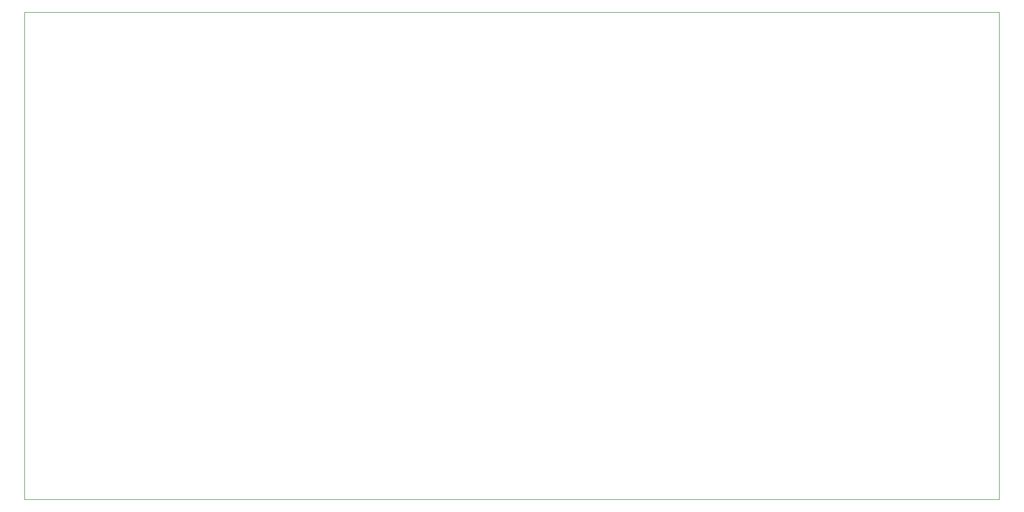
<source format=gbr>
G04 DipTrace 2.3.0.3*
%INBoardOutline.gbr*%
%MOIN*%
%ADD11C,0.006*%
%FSLAX44Y44*%
G04*
G70*
G90*
G75*
G01*
%LNBoardOutline*%
%LPD*%
X3940Y3940D2*
D11*
X123940D1*
Y63940D1*
X3940D1*
Y3940D1*
M02*

</source>
